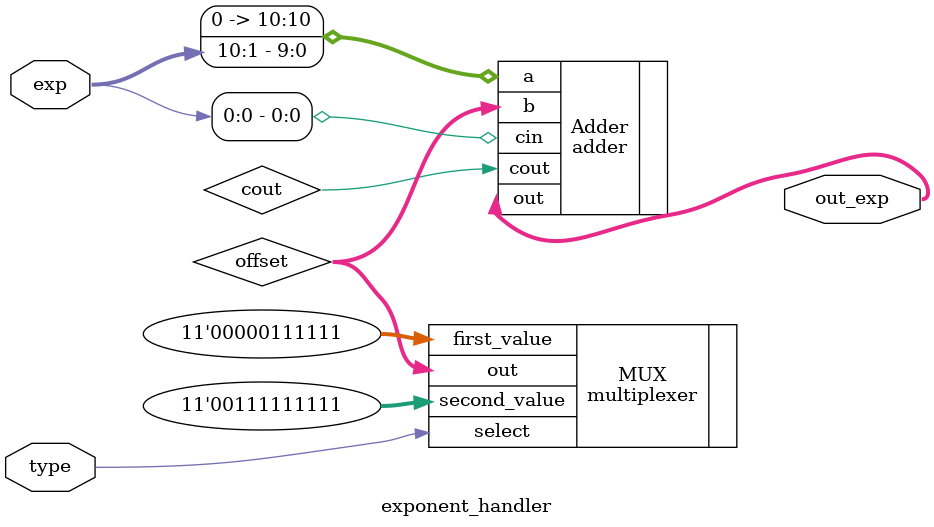
<source format=v>
`include "adder.v"
`include "multiplexer.v"


module exponent_handler(type, exp, out_exp);
parameter SIZE = 11;
input [SIZE - 1 : 0] exp; //exponent
input type; //type -> 1 for double and 0 for single
output [SIZE - 1 : 0] out_exp;

wire [SIZE - 1 : 0] offset;
wire cout;
// offset : double -> 511 , single -> 63 
multiplexer #(11) MUX(.first_value(11'b11_1111), .second_value(11'b1_1111_1111), .select(type), .out(offset));
// formula is : out = 1/2 (exp - exp[0]) + offset + exp[0]; 
adder #(11) Adder(.a({1'b0, exp[SIZE - 1 : 1]}), .b(offset), .cin(exp[0]), .out(out_exp), .cout(cout));

endmodule
</source>
